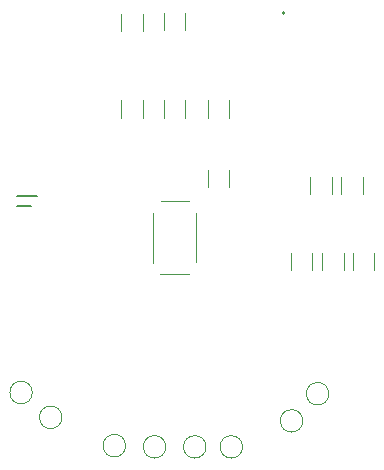
<source format=gbr>
%TF.GenerationSoftware,KiCad,Pcbnew,(6.0.8)*%
%TF.CreationDate,2022-11-18T04:38:56-05:00*%
%TF.ProjectId,Armstrong_v2.0,41726d73-7472-46f6-9e67-5f76322e302e,rev?*%
%TF.SameCoordinates,Original*%
%TF.FileFunction,Legend,Bot*%
%TF.FilePolarity,Positive*%
%FSLAX46Y46*%
G04 Gerber Fmt 4.6, Leading zero omitted, Abs format (unit mm)*
G04 Created by KiCad (PCBNEW (6.0.8)) date 2022-11-18 04:38:56*
%MOMM*%
%LPD*%
G01*
G04 APERTURE LIST*
%ADD10C,0.120000*%
%ADD11C,0.200000*%
G04 APERTURE END LIST*
D10*
%TO.C,SW\u002A\u002A1*%
X101850000Y-97910000D02*
X101850000Y-102080000D01*
X101210000Y-103100000D02*
X98780000Y-103100000D01*
X98810000Y-96900000D02*
X101180000Y-96900000D01*
X98150000Y-102120000D02*
X98150000Y-97890000D01*
D11*
%TO.C,D1*%
X87850000Y-97300000D02*
X86650000Y-97300000D01*
X88320000Y-96500000D02*
X86650000Y-96500000D01*
D10*
%TO.C,R12*%
X114090000Y-94872936D02*
X114090000Y-96327064D01*
X115910000Y-94872936D02*
X115910000Y-96327064D01*
%TO.C,R11*%
X113310000Y-96327064D02*
X113310000Y-94872936D01*
X111490000Y-96327064D02*
X111490000Y-94872936D01*
%TO.C,R10*%
X95490000Y-88372936D02*
X95490000Y-89827064D01*
X97310000Y-88372936D02*
X97310000Y-89827064D01*
%TO.C,R9*%
X104610000Y-95727064D02*
X104610000Y-94272936D01*
X102790000Y-95727064D02*
X102790000Y-94272936D01*
%TO.C,R7*%
X97310000Y-82527064D02*
X97310000Y-81072936D01*
X95490000Y-82527064D02*
X95490000Y-81072936D01*
%TO.C,R6*%
X104610000Y-89827064D02*
X104610000Y-88372936D01*
X102790000Y-89827064D02*
X102790000Y-88372936D01*
%TO.C,R5*%
X99090000Y-80972936D02*
X99090000Y-82427064D01*
X100910000Y-80972936D02*
X100910000Y-82427064D01*
%TO.C,R4*%
X100910000Y-89827064D02*
X100910000Y-88372936D01*
X99090000Y-89827064D02*
X99090000Y-88372936D01*
%TO.C,R3*%
X115090000Y-101272936D02*
X115090000Y-102727064D01*
X116910000Y-101272936D02*
X116910000Y-102727064D01*
%TO.C,R2*%
X114310000Y-102727064D02*
X114310000Y-101272936D01*
X112490000Y-102727064D02*
X112490000Y-101272936D01*
%TO.C,R1*%
X109840000Y-101272936D02*
X109840000Y-102727064D01*
X111660000Y-101272936D02*
X111660000Y-102727064D01*
%TO.C,TP13*%
X90450000Y-115200000D02*
G75*
G03*
X90450000Y-115200000I-950000J0D01*
G01*
%TO.C,TP12*%
X87950000Y-113100000D02*
G75*
G03*
X87950000Y-113100000I-950000J0D01*
G01*
%TO.C,TP11*%
X105750000Y-117700000D02*
G75*
G03*
X105750000Y-117700000I-950000J0D01*
G01*
%TO.C,TP10*%
X110850000Y-115500000D02*
G75*
G03*
X110850000Y-115500000I-950000J0D01*
G01*
%TO.C,TP9*%
X102650000Y-117700000D02*
G75*
G03*
X102650000Y-117700000I-950000J0D01*
G01*
%TO.C,TP8*%
X113050000Y-113200000D02*
G75*
G03*
X113050000Y-113200000I-950000J0D01*
G01*
%TO.C,TP7*%
X99250000Y-117700000D02*
G75*
G03*
X99250000Y-117700000I-950000J0D01*
G01*
%TO.C,TP6*%
X95850000Y-117600000D02*
G75*
G03*
X95850000Y-117600000I-950000J0D01*
G01*
D11*
%TO.C,U1*%
X109326750Y-80970000D02*
G75*
G03*
X109326750Y-80970000I-100000J0D01*
G01*
%TD*%
M02*

</source>
